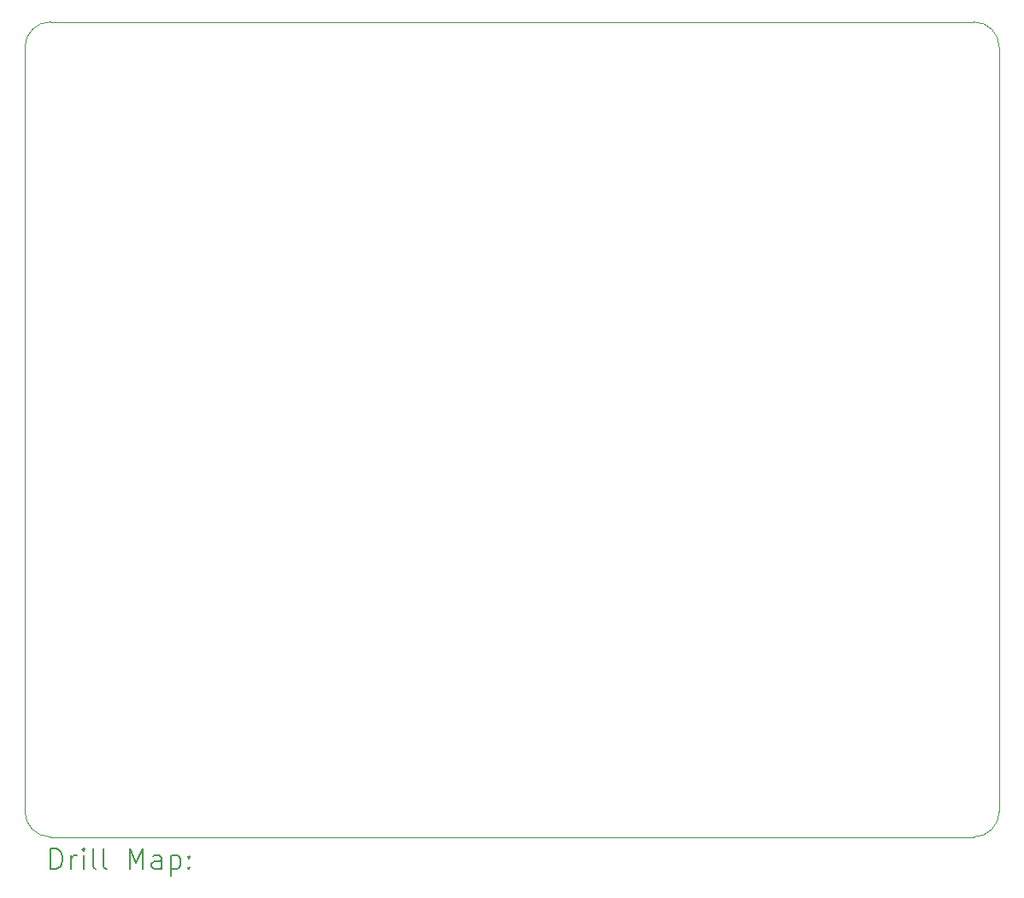
<source format=gbr>
%TF.GenerationSoftware,KiCad,Pcbnew,8.0.3*%
%TF.CreationDate,2025-02-18T22:17:29+09:00*%
%TF.ProjectId,F767ZI_MB_V1.2,46373637-5a49-45f4-9d42-5f56312e322e,rev?*%
%TF.SameCoordinates,Original*%
%TF.FileFunction,Drillmap*%
%TF.FilePolarity,Positive*%
%FSLAX45Y45*%
G04 Gerber Fmt 4.5, Leading zero omitted, Abs format (unit mm)*
G04 Created by KiCad (PCBNEW 8.0.3) date 2025-02-18 22:17:29*
%MOMM*%
%LPD*%
G01*
G04 APERTURE LIST*
%ADD10C,0.100000*%
%ADD11C,0.200000*%
G04 APERTURE END LIST*
D10*
X17018000Y-6249400D02*
X17018000Y-6350000D01*
X7366000Y-13716000D02*
X7366000Y-13818600D01*
X7620000Y-14072600D02*
G75*
G02*
X7366000Y-13818600I0J254000D01*
G01*
X17018000Y-13716000D02*
X17018000Y-13818600D01*
X7366000Y-13716000D02*
X7366000Y-6350000D01*
X16764000Y-5995400D02*
X7620000Y-5995400D01*
X7366000Y-6249400D02*
X7366000Y-6350000D01*
X16764000Y-5995400D02*
G75*
G02*
X17018000Y-6249400I0J-254000D01*
G01*
X7366000Y-6249400D02*
G75*
G02*
X7620000Y-5995400I254000J0D01*
G01*
X17018000Y-6350000D02*
X17018000Y-13716000D01*
X17018000Y-13818600D02*
G75*
G02*
X16764000Y-14072600I-254000J0D01*
G01*
X16764000Y-14072600D02*
X7620000Y-14072600D01*
D11*
X7621777Y-14389084D02*
X7621777Y-14189084D01*
X7621777Y-14189084D02*
X7669396Y-14189084D01*
X7669396Y-14189084D02*
X7697967Y-14198608D01*
X7697967Y-14198608D02*
X7717015Y-14217655D01*
X7717015Y-14217655D02*
X7726539Y-14236703D01*
X7726539Y-14236703D02*
X7736062Y-14274798D01*
X7736062Y-14274798D02*
X7736062Y-14303369D01*
X7736062Y-14303369D02*
X7726539Y-14341465D01*
X7726539Y-14341465D02*
X7717015Y-14360512D01*
X7717015Y-14360512D02*
X7697967Y-14379560D01*
X7697967Y-14379560D02*
X7669396Y-14389084D01*
X7669396Y-14389084D02*
X7621777Y-14389084D01*
X7821777Y-14389084D02*
X7821777Y-14255750D01*
X7821777Y-14293846D02*
X7831301Y-14274798D01*
X7831301Y-14274798D02*
X7840824Y-14265274D01*
X7840824Y-14265274D02*
X7859872Y-14255750D01*
X7859872Y-14255750D02*
X7878920Y-14255750D01*
X7945586Y-14389084D02*
X7945586Y-14255750D01*
X7945586Y-14189084D02*
X7936062Y-14198608D01*
X7936062Y-14198608D02*
X7945586Y-14208131D01*
X7945586Y-14208131D02*
X7955110Y-14198608D01*
X7955110Y-14198608D02*
X7945586Y-14189084D01*
X7945586Y-14189084D02*
X7945586Y-14208131D01*
X8069396Y-14389084D02*
X8050348Y-14379560D01*
X8050348Y-14379560D02*
X8040824Y-14360512D01*
X8040824Y-14360512D02*
X8040824Y-14189084D01*
X8174158Y-14389084D02*
X8155110Y-14379560D01*
X8155110Y-14379560D02*
X8145586Y-14360512D01*
X8145586Y-14360512D02*
X8145586Y-14189084D01*
X8402729Y-14389084D02*
X8402729Y-14189084D01*
X8402729Y-14189084D02*
X8469396Y-14331941D01*
X8469396Y-14331941D02*
X8536063Y-14189084D01*
X8536063Y-14189084D02*
X8536063Y-14389084D01*
X8717015Y-14389084D02*
X8717015Y-14284322D01*
X8717015Y-14284322D02*
X8707491Y-14265274D01*
X8707491Y-14265274D02*
X8688444Y-14255750D01*
X8688444Y-14255750D02*
X8650348Y-14255750D01*
X8650348Y-14255750D02*
X8631301Y-14265274D01*
X8717015Y-14379560D02*
X8697967Y-14389084D01*
X8697967Y-14389084D02*
X8650348Y-14389084D01*
X8650348Y-14389084D02*
X8631301Y-14379560D01*
X8631301Y-14379560D02*
X8621777Y-14360512D01*
X8621777Y-14360512D02*
X8621777Y-14341465D01*
X8621777Y-14341465D02*
X8631301Y-14322417D01*
X8631301Y-14322417D02*
X8650348Y-14312893D01*
X8650348Y-14312893D02*
X8697967Y-14312893D01*
X8697967Y-14312893D02*
X8717015Y-14303369D01*
X8812253Y-14255750D02*
X8812253Y-14455750D01*
X8812253Y-14265274D02*
X8831301Y-14255750D01*
X8831301Y-14255750D02*
X8869396Y-14255750D01*
X8869396Y-14255750D02*
X8888444Y-14265274D01*
X8888444Y-14265274D02*
X8897967Y-14274798D01*
X8897967Y-14274798D02*
X8907491Y-14293846D01*
X8907491Y-14293846D02*
X8907491Y-14350988D01*
X8907491Y-14350988D02*
X8897967Y-14370036D01*
X8897967Y-14370036D02*
X8888444Y-14379560D01*
X8888444Y-14379560D02*
X8869396Y-14389084D01*
X8869396Y-14389084D02*
X8831301Y-14389084D01*
X8831301Y-14389084D02*
X8812253Y-14379560D01*
X8993205Y-14370036D02*
X9002729Y-14379560D01*
X9002729Y-14379560D02*
X8993205Y-14389084D01*
X8993205Y-14389084D02*
X8983682Y-14379560D01*
X8983682Y-14379560D02*
X8993205Y-14370036D01*
X8993205Y-14370036D02*
X8993205Y-14389084D01*
X8993205Y-14265274D02*
X9002729Y-14274798D01*
X9002729Y-14274798D02*
X8993205Y-14284322D01*
X8993205Y-14284322D02*
X8983682Y-14274798D01*
X8983682Y-14274798D02*
X8993205Y-14265274D01*
X8993205Y-14265274D02*
X8993205Y-14284322D01*
M02*

</source>
